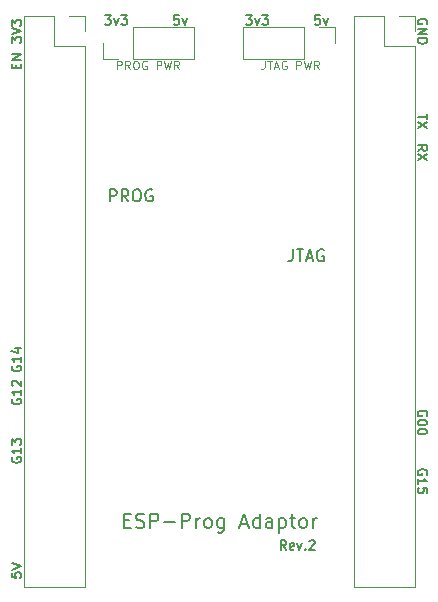
<source format=gbr>
%TF.GenerationSoftware,KiCad,Pcbnew,(6.0.10)*%
%TF.CreationDate,2023-02-13T00:06:07+09:00*%
%TF.ProjectId,esp-prog-adator,6573702d-7072-46f6-972d-616461746f72,2*%
%TF.SameCoordinates,PX85d5798PY7999e20*%
%TF.FileFunction,Legend,Top*%
%TF.FilePolarity,Positive*%
%FSLAX46Y46*%
G04 Gerber Fmt 4.6, Leading zero omitted, Abs format (unit mm)*
G04 Created by KiCad (PCBNEW (6.0.10)) date 2023-02-13 00:06:07*
%MOMM*%
%LPD*%
G01*
G04 APERTURE LIST*
%ADD10C,0.150000*%
%ADD11C,0.100000*%
%ADD12C,0.120000*%
%ADD13R,1.700000X1.700000*%
%ADD14O,1.700000X1.700000*%
G04 APERTURE END LIST*
D10*
X323904Y2006620D02*
X323904Y1625667D01*
X704857Y1587572D01*
X666761Y1625667D01*
X628666Y1701858D01*
X628666Y1892334D01*
X666761Y1968524D01*
X704857Y2006620D01*
X781047Y2044715D01*
X971523Y2044715D01*
X1047714Y2006620D01*
X1085809Y1968524D01*
X1123904Y1892334D01*
X1123904Y1701858D01*
X1085809Y1625667D01*
X1047714Y1587572D01*
X323904Y2273286D02*
X1123904Y2539953D01*
X323904Y2806620D01*
X704857Y44723124D02*
X704857Y44989791D01*
X1123904Y45104077D02*
X1123904Y44723124D01*
X323904Y44723124D01*
X323904Y45104077D01*
X1123904Y45446934D02*
X323904Y45446934D01*
X1123904Y45904077D01*
X323904Y45904077D01*
X35452000Y10305981D02*
X35490095Y10382172D01*
X35490095Y10496458D01*
X35452000Y10610743D01*
X35375809Y10686934D01*
X35299619Y10725029D01*
X35147238Y10763124D01*
X35032952Y10763124D01*
X34880571Y10725029D01*
X34804380Y10686934D01*
X34728190Y10610743D01*
X34690095Y10496458D01*
X34690095Y10420267D01*
X34728190Y10305981D01*
X34766285Y10267886D01*
X35032952Y10267886D01*
X35032952Y10420267D01*
X34690095Y9505981D02*
X34690095Y9963124D01*
X34690095Y9734553D02*
X35490095Y9734553D01*
X35375809Y9810743D01*
X35299619Y9886934D01*
X35261523Y9963124D01*
X35490095Y8782172D02*
X35490095Y9163124D01*
X35109142Y9201220D01*
X35147238Y9163124D01*
X35185333Y9086934D01*
X35185333Y8896458D01*
X35147238Y8820267D01*
X35109142Y8782172D01*
X35032952Y8744077D01*
X34842476Y8744077D01*
X34766285Y8782172D01*
X34728190Y8820267D01*
X34690095Y8896458D01*
X34690095Y9086934D01*
X34728190Y9163124D01*
X34766285Y9201220D01*
X8217333Y49206096D02*
X8712571Y49206096D01*
X8445904Y48901334D01*
X8560190Y48901334D01*
X8636380Y48863239D01*
X8674476Y48825143D01*
X8712571Y48748953D01*
X8712571Y48558477D01*
X8674476Y48482286D01*
X8636380Y48444191D01*
X8560190Y48406096D01*
X8331619Y48406096D01*
X8255428Y48444191D01*
X8217333Y48482286D01*
X8979238Y48939429D02*
X9169714Y48406096D01*
X9360190Y48939429D01*
X9588761Y49206096D02*
X10084000Y49206096D01*
X9817333Y48901334D01*
X9931619Y48901334D01*
X10007809Y48863239D01*
X10045904Y48825143D01*
X10084000Y48748953D01*
X10084000Y48558477D01*
X10045904Y48482286D01*
X10007809Y48444191D01*
X9931619Y48406096D01*
X9703047Y48406096D01*
X9626857Y48444191D01*
X9588761Y48482286D01*
X14464952Y49206096D02*
X14084000Y49206096D01*
X14045904Y48825143D01*
X14084000Y48863239D01*
X14160190Y48901334D01*
X14350666Y48901334D01*
X14426857Y48863239D01*
X14464952Y48825143D01*
X14503047Y48748953D01*
X14503047Y48558477D01*
X14464952Y48482286D01*
X14426857Y48444191D01*
X14350666Y48406096D01*
X14160190Y48406096D01*
X14084000Y48444191D01*
X14045904Y48482286D01*
X14769714Y48939429D02*
X14960190Y48406096D01*
X15150666Y48939429D01*
D11*
X21728666Y45341334D02*
X21728666Y44841334D01*
X21695333Y44741334D01*
X21628666Y44674667D01*
X21528666Y44641334D01*
X21462000Y44641334D01*
X21962000Y45341334D02*
X22362000Y45341334D01*
X22162000Y44641334D02*
X22162000Y45341334D01*
X22562000Y44841334D02*
X22895333Y44841334D01*
X22495333Y44641334D02*
X22728666Y45341334D01*
X22962000Y44641334D01*
X23562000Y45308000D02*
X23495333Y45341334D01*
X23395333Y45341334D01*
X23295333Y45308000D01*
X23228666Y45241334D01*
X23195333Y45174667D01*
X23162000Y45041334D01*
X23162000Y44941334D01*
X23195333Y44808000D01*
X23228666Y44741334D01*
X23295333Y44674667D01*
X23395333Y44641334D01*
X23462000Y44641334D01*
X23562000Y44674667D01*
X23595333Y44708000D01*
X23595333Y44941334D01*
X23462000Y44941334D01*
X24428666Y44641334D02*
X24428666Y45341334D01*
X24695333Y45341334D01*
X24762000Y45308000D01*
X24795333Y45274667D01*
X24828666Y45208000D01*
X24828666Y45108000D01*
X24795333Y45041334D01*
X24762000Y45008000D01*
X24695333Y44974667D01*
X24428666Y44974667D01*
X25062000Y45341334D02*
X25228666Y44641334D01*
X25362000Y45141334D01*
X25495333Y44641334D01*
X25662000Y45341334D01*
X26328666Y44641334D02*
X26095333Y44974667D01*
X25928666Y44641334D02*
X25928666Y45341334D01*
X26195333Y45341334D01*
X26262000Y45308000D01*
X26295333Y45274667D01*
X26328666Y45208000D01*
X26328666Y45108000D01*
X26295333Y45041334D01*
X26262000Y45008000D01*
X26195333Y44974667D01*
X25928666Y44974667D01*
D10*
X362000Y16719620D02*
X323904Y16643429D01*
X323904Y16529143D01*
X362000Y16414858D01*
X438190Y16338667D01*
X514380Y16300572D01*
X666761Y16262477D01*
X781047Y16262477D01*
X933428Y16300572D01*
X1009619Y16338667D01*
X1085809Y16414858D01*
X1123904Y16529143D01*
X1123904Y16605334D01*
X1085809Y16719620D01*
X1047714Y16757715D01*
X781047Y16757715D01*
X781047Y16605334D01*
X1123904Y17519620D02*
X1123904Y17062477D01*
X1123904Y17291048D02*
X323904Y17291048D01*
X438190Y17214858D01*
X514380Y17138667D01*
X552476Y17062477D01*
X400095Y17824381D02*
X362000Y17862477D01*
X323904Y17938667D01*
X323904Y18129143D01*
X362000Y18205334D01*
X400095Y18243429D01*
X476285Y18281524D01*
X552476Y18281524D01*
X666761Y18243429D01*
X1123904Y17786286D01*
X1123904Y18281524D01*
X35490095Y40843124D02*
X35490095Y40385981D01*
X34690095Y40614553D02*
X35490095Y40614553D01*
X35490095Y40195505D02*
X34690095Y39662172D01*
X35490095Y39662172D02*
X34690095Y40195505D01*
X8628285Y33456620D02*
X8628285Y34456620D01*
X9009238Y34456620D01*
X9104476Y34409000D01*
X9152095Y34361381D01*
X9199714Y34266143D01*
X9199714Y34123286D01*
X9152095Y34028048D01*
X9104476Y33980429D01*
X9009238Y33932810D01*
X8628285Y33932810D01*
X10199714Y33456620D02*
X9866380Y33932810D01*
X9628285Y33456620D02*
X9628285Y34456620D01*
X10009238Y34456620D01*
X10104476Y34409000D01*
X10152095Y34361381D01*
X10199714Y34266143D01*
X10199714Y34123286D01*
X10152095Y34028048D01*
X10104476Y33980429D01*
X10009238Y33932810D01*
X9628285Y33932810D01*
X10818761Y34456620D02*
X11009238Y34456620D01*
X11104476Y34409000D01*
X11199714Y34313762D01*
X11247333Y34123286D01*
X11247333Y33789953D01*
X11199714Y33599477D01*
X11104476Y33504239D01*
X11009238Y33456620D01*
X10818761Y33456620D01*
X10723523Y33504239D01*
X10628285Y33599477D01*
X10580666Y33789953D01*
X10580666Y34123286D01*
X10628285Y34313762D01*
X10723523Y34409000D01*
X10818761Y34456620D01*
X12199714Y34409000D02*
X12104476Y34456620D01*
X11961619Y34456620D01*
X11818761Y34409000D01*
X11723523Y34313762D01*
X11675904Y34218524D01*
X11628285Y34028048D01*
X11628285Y33885191D01*
X11675904Y33694715D01*
X11723523Y33599477D01*
X11818761Y33504239D01*
X11961619Y33456620D01*
X12056857Y33456620D01*
X12199714Y33504239D01*
X12247333Y33551858D01*
X12247333Y33885191D01*
X12056857Y33885191D01*
X24106333Y29376620D02*
X24106333Y28662334D01*
X24058714Y28519477D01*
X23963476Y28424239D01*
X23820619Y28376620D01*
X23725380Y28376620D01*
X24439666Y29376620D02*
X25011095Y29376620D01*
X24725380Y28376620D02*
X24725380Y29376620D01*
X25296809Y28662334D02*
X25773000Y28662334D01*
X25201571Y28376620D02*
X25534904Y29376620D01*
X25868238Y28376620D01*
X26725380Y29329000D02*
X26630142Y29376620D01*
X26487285Y29376620D01*
X26344428Y29329000D01*
X26249190Y29233762D01*
X26201571Y29138524D01*
X26153952Y28948048D01*
X26153952Y28805191D01*
X26201571Y28614715D01*
X26249190Y28519477D01*
X26344428Y28424239D01*
X26487285Y28376620D01*
X26582523Y28376620D01*
X26725380Y28424239D01*
X26773000Y28471858D01*
X26773000Y28805191D01*
X26582523Y28805191D01*
X9821285Y6435715D02*
X10221285Y6435715D01*
X10392714Y5807143D02*
X9821285Y5807143D01*
X9821285Y7007143D01*
X10392714Y7007143D01*
X10849857Y5864286D02*
X11021285Y5807143D01*
X11307000Y5807143D01*
X11421285Y5864286D01*
X11478428Y5921429D01*
X11535571Y6035715D01*
X11535571Y6150000D01*
X11478428Y6264286D01*
X11421285Y6321429D01*
X11307000Y6378572D01*
X11078428Y6435715D01*
X10964142Y6492858D01*
X10907000Y6550000D01*
X10849857Y6664286D01*
X10849857Y6778572D01*
X10907000Y6892858D01*
X10964142Y6950000D01*
X11078428Y7007143D01*
X11364142Y7007143D01*
X11535571Y6950000D01*
X12049857Y5807143D02*
X12049857Y7007143D01*
X12507000Y7007143D01*
X12621285Y6950000D01*
X12678428Y6892858D01*
X12735571Y6778572D01*
X12735571Y6607143D01*
X12678428Y6492858D01*
X12621285Y6435715D01*
X12507000Y6378572D01*
X12049857Y6378572D01*
X13249857Y6264286D02*
X14164142Y6264286D01*
X14735571Y5807143D02*
X14735571Y7007143D01*
X15192714Y7007143D01*
X15307000Y6950000D01*
X15364142Y6892858D01*
X15421285Y6778572D01*
X15421285Y6607143D01*
X15364142Y6492858D01*
X15307000Y6435715D01*
X15192714Y6378572D01*
X14735571Y6378572D01*
X15935571Y5807143D02*
X15935571Y6607143D01*
X15935571Y6378572D02*
X15992714Y6492858D01*
X16049857Y6550000D01*
X16164142Y6607143D01*
X16278428Y6607143D01*
X16849857Y5807143D02*
X16735571Y5864286D01*
X16678428Y5921429D01*
X16621285Y6035715D01*
X16621285Y6378572D01*
X16678428Y6492858D01*
X16735571Y6550000D01*
X16849857Y6607143D01*
X17021285Y6607143D01*
X17135571Y6550000D01*
X17192714Y6492858D01*
X17249857Y6378572D01*
X17249857Y6035715D01*
X17192714Y5921429D01*
X17135571Y5864286D01*
X17021285Y5807143D01*
X16849857Y5807143D01*
X18278428Y6607143D02*
X18278428Y5635715D01*
X18221285Y5521429D01*
X18164142Y5464286D01*
X18049857Y5407143D01*
X17878428Y5407143D01*
X17764142Y5464286D01*
X18278428Y5864286D02*
X18164142Y5807143D01*
X17935571Y5807143D01*
X17821285Y5864286D01*
X17764142Y5921429D01*
X17707000Y6035715D01*
X17707000Y6378572D01*
X17764142Y6492858D01*
X17821285Y6550000D01*
X17935571Y6607143D01*
X18164142Y6607143D01*
X18278428Y6550000D01*
X19707000Y6150000D02*
X20278428Y6150000D01*
X19592714Y5807143D02*
X19992714Y7007143D01*
X20392714Y5807143D01*
X21307000Y5807143D02*
X21307000Y7007143D01*
X21307000Y5864286D02*
X21192714Y5807143D01*
X20964142Y5807143D01*
X20849857Y5864286D01*
X20792714Y5921429D01*
X20735571Y6035715D01*
X20735571Y6378572D01*
X20792714Y6492858D01*
X20849857Y6550000D01*
X20964142Y6607143D01*
X21192714Y6607143D01*
X21307000Y6550000D01*
X22392714Y5807143D02*
X22392714Y6435715D01*
X22335571Y6550000D01*
X22221285Y6607143D01*
X21992714Y6607143D01*
X21878428Y6550000D01*
X22392714Y5864286D02*
X22278428Y5807143D01*
X21992714Y5807143D01*
X21878428Y5864286D01*
X21821285Y5978572D01*
X21821285Y6092858D01*
X21878428Y6207143D01*
X21992714Y6264286D01*
X22278428Y6264286D01*
X22392714Y6321429D01*
X22964142Y6607143D02*
X22964142Y5407143D01*
X22964142Y6550000D02*
X23078428Y6607143D01*
X23307000Y6607143D01*
X23421285Y6550000D01*
X23478428Y6492858D01*
X23535571Y6378572D01*
X23535571Y6035715D01*
X23478428Y5921429D01*
X23421285Y5864286D01*
X23307000Y5807143D01*
X23078428Y5807143D01*
X22964142Y5864286D01*
X23878428Y6607143D02*
X24335571Y6607143D01*
X24049857Y7007143D02*
X24049857Y5978572D01*
X24107000Y5864286D01*
X24221285Y5807143D01*
X24335571Y5807143D01*
X24907000Y5807143D02*
X24792714Y5864286D01*
X24735571Y5921429D01*
X24678428Y6035715D01*
X24678428Y6378572D01*
X24735571Y6492858D01*
X24792714Y6550000D01*
X24907000Y6607143D01*
X25078428Y6607143D01*
X25192714Y6550000D01*
X25249857Y6492858D01*
X25307000Y6378572D01*
X25307000Y6035715D01*
X25249857Y5921429D01*
X25192714Y5864286D01*
X25078428Y5807143D01*
X24907000Y5807143D01*
X25821285Y5807143D02*
X25821285Y6607143D01*
X25821285Y6378572D02*
X25878428Y6492858D01*
X25935571Y6550000D01*
X26049857Y6607143D01*
X26164142Y6607143D01*
D11*
X9230333Y44641334D02*
X9230333Y45341334D01*
X9497000Y45341334D01*
X9563666Y45308000D01*
X9597000Y45274667D01*
X9630333Y45208000D01*
X9630333Y45108000D01*
X9597000Y45041334D01*
X9563666Y45008000D01*
X9497000Y44974667D01*
X9230333Y44974667D01*
X10330333Y44641334D02*
X10097000Y44974667D01*
X9930333Y44641334D02*
X9930333Y45341334D01*
X10197000Y45341334D01*
X10263666Y45308000D01*
X10297000Y45274667D01*
X10330333Y45208000D01*
X10330333Y45108000D01*
X10297000Y45041334D01*
X10263666Y45008000D01*
X10197000Y44974667D01*
X9930333Y44974667D01*
X10763666Y45341334D02*
X10897000Y45341334D01*
X10963666Y45308000D01*
X11030333Y45241334D01*
X11063666Y45108000D01*
X11063666Y44874667D01*
X11030333Y44741334D01*
X10963666Y44674667D01*
X10897000Y44641334D01*
X10763666Y44641334D01*
X10697000Y44674667D01*
X10630333Y44741334D01*
X10597000Y44874667D01*
X10597000Y45108000D01*
X10630333Y45241334D01*
X10697000Y45308000D01*
X10763666Y45341334D01*
X11730333Y45308000D02*
X11663666Y45341334D01*
X11563666Y45341334D01*
X11463666Y45308000D01*
X11397000Y45241334D01*
X11363666Y45174667D01*
X11330333Y45041334D01*
X11330333Y44941334D01*
X11363666Y44808000D01*
X11397000Y44741334D01*
X11463666Y44674667D01*
X11563666Y44641334D01*
X11630333Y44641334D01*
X11730333Y44674667D01*
X11763666Y44708000D01*
X11763666Y44941334D01*
X11630333Y44941334D01*
X12597000Y44641334D02*
X12597000Y45341334D01*
X12863666Y45341334D01*
X12930333Y45308000D01*
X12963666Y45274667D01*
X12997000Y45208000D01*
X12997000Y45108000D01*
X12963666Y45041334D01*
X12930333Y45008000D01*
X12863666Y44974667D01*
X12597000Y44974667D01*
X13230333Y45341334D02*
X13397000Y44641334D01*
X13530333Y45141334D01*
X13663666Y44641334D01*
X13830333Y45341334D01*
X14497000Y44641334D02*
X14263666Y44974667D01*
X14097000Y44641334D02*
X14097000Y45341334D01*
X14363666Y45341334D01*
X14430333Y45308000D01*
X14463666Y45274667D01*
X14497000Y45208000D01*
X14497000Y45108000D01*
X14463666Y45041334D01*
X14430333Y45008000D01*
X14363666Y44974667D01*
X14097000Y44974667D01*
D10*
X362000Y11766620D02*
X323904Y11690429D01*
X323904Y11576143D01*
X362000Y11461858D01*
X438190Y11385667D01*
X514380Y11347572D01*
X666761Y11309477D01*
X781047Y11309477D01*
X933428Y11347572D01*
X1009619Y11385667D01*
X1085809Y11461858D01*
X1123904Y11576143D01*
X1123904Y11652334D01*
X1085809Y11766620D01*
X1047714Y11804715D01*
X781047Y11804715D01*
X781047Y11652334D01*
X1123904Y12566620D02*
X1123904Y12109477D01*
X1123904Y12338048D02*
X323904Y12338048D01*
X438190Y12261858D01*
X514380Y12185667D01*
X552476Y12109477D01*
X323904Y12833286D02*
X323904Y13328524D01*
X628666Y13061858D01*
X628666Y13176143D01*
X666761Y13252334D01*
X704857Y13290429D01*
X781047Y13328524D01*
X971523Y13328524D01*
X1047714Y13290429D01*
X1085809Y13252334D01*
X1123904Y13176143D01*
X1123904Y12947572D01*
X1085809Y12871381D01*
X1047714Y12833286D01*
X362000Y19513620D02*
X323904Y19437429D01*
X323904Y19323143D01*
X362000Y19208858D01*
X438190Y19132667D01*
X514380Y19094572D01*
X666761Y19056477D01*
X781047Y19056477D01*
X933428Y19094572D01*
X1009619Y19132667D01*
X1085809Y19208858D01*
X1123904Y19323143D01*
X1123904Y19399334D01*
X1085809Y19513620D01*
X1047714Y19551715D01*
X781047Y19551715D01*
X781047Y19399334D01*
X1123904Y20313620D02*
X1123904Y19856477D01*
X1123904Y20085048D02*
X323904Y20085048D01*
X438190Y20008858D01*
X514380Y19932667D01*
X552476Y19856477D01*
X590571Y20999334D02*
X1123904Y20999334D01*
X285809Y20808858D02*
X857238Y20618381D01*
X857238Y21113620D01*
X34690095Y37725334D02*
X35071047Y37992000D01*
X34690095Y38182477D02*
X35490095Y38182477D01*
X35490095Y37877715D01*
X35452000Y37801524D01*
X35413904Y37763429D01*
X35337714Y37725334D01*
X35223428Y37725334D01*
X35147238Y37763429D01*
X35109142Y37801524D01*
X35071047Y37877715D01*
X35071047Y38182477D01*
X35490095Y37458667D02*
X34690095Y36925334D01*
X35490095Y36925334D02*
X34690095Y37458667D01*
X23539571Y3956096D02*
X23272904Y4337048D01*
X23082428Y3956096D02*
X23082428Y4756096D01*
X23387190Y4756096D01*
X23463380Y4718000D01*
X23501476Y4679905D01*
X23539571Y4603715D01*
X23539571Y4489429D01*
X23501476Y4413239D01*
X23463380Y4375143D01*
X23387190Y4337048D01*
X23082428Y4337048D01*
X24187190Y3994191D02*
X24111000Y3956096D01*
X23958619Y3956096D01*
X23882428Y3994191D01*
X23844333Y4070381D01*
X23844333Y4375143D01*
X23882428Y4451334D01*
X23958619Y4489429D01*
X24111000Y4489429D01*
X24187190Y4451334D01*
X24225285Y4375143D01*
X24225285Y4298953D01*
X23844333Y4222762D01*
X24491952Y4489429D02*
X24682428Y3956096D01*
X24872904Y4489429D01*
X25177666Y4032286D02*
X25215761Y3994191D01*
X25177666Y3956096D01*
X25139571Y3994191D01*
X25177666Y4032286D01*
X25177666Y3956096D01*
X25520523Y4679905D02*
X25558619Y4718000D01*
X25634809Y4756096D01*
X25825285Y4756096D01*
X25901476Y4718000D01*
X25939571Y4679905D01*
X25977666Y4603715D01*
X25977666Y4527524D01*
X25939571Y4413239D01*
X25482428Y3956096D01*
X25977666Y3956096D01*
X323904Y46888524D02*
X323904Y47383762D01*
X628666Y47117096D01*
X628666Y47231381D01*
X666761Y47307572D01*
X704857Y47345667D01*
X781047Y47383762D01*
X971523Y47383762D01*
X1047714Y47345667D01*
X1085809Y47307572D01*
X1123904Y47231381D01*
X1123904Y47002810D01*
X1085809Y46926620D01*
X1047714Y46888524D01*
X323904Y47612334D02*
X1123904Y47879000D01*
X323904Y48145667D01*
X323904Y48336143D02*
X323904Y48831381D01*
X628666Y48564715D01*
X628666Y48679000D01*
X666761Y48755191D01*
X704857Y48793286D01*
X781047Y48831381D01*
X971523Y48831381D01*
X1047714Y48793286D01*
X1085809Y48755191D01*
X1123904Y48679000D01*
X1123904Y48450429D01*
X1085809Y48374239D01*
X1047714Y48336143D01*
X35452000Y15284381D02*
X35490095Y15360572D01*
X35490095Y15474858D01*
X35452000Y15589143D01*
X35375809Y15665334D01*
X35299619Y15703429D01*
X35147238Y15741524D01*
X35032952Y15741524D01*
X34880571Y15703429D01*
X34804380Y15665334D01*
X34728190Y15589143D01*
X34690095Y15474858D01*
X34690095Y15398667D01*
X34728190Y15284381D01*
X34766285Y15246286D01*
X35032952Y15246286D01*
X35032952Y15398667D01*
X35490095Y14751048D02*
X35490095Y14674858D01*
X35452000Y14598667D01*
X35413904Y14560572D01*
X35337714Y14522477D01*
X35185333Y14484381D01*
X34994857Y14484381D01*
X34842476Y14522477D01*
X34766285Y14560572D01*
X34728190Y14598667D01*
X34690095Y14674858D01*
X34690095Y14751048D01*
X34728190Y14827239D01*
X34766285Y14865334D01*
X34842476Y14903429D01*
X34994857Y14941524D01*
X35185333Y14941524D01*
X35337714Y14903429D01*
X35413904Y14865334D01*
X35452000Y14827239D01*
X35490095Y14751048D01*
X35490095Y13989143D02*
X35490095Y13912953D01*
X35452000Y13836762D01*
X35413904Y13798667D01*
X35337714Y13760572D01*
X35185333Y13722477D01*
X34994857Y13722477D01*
X34842476Y13760572D01*
X34766285Y13798667D01*
X34728190Y13836762D01*
X34690095Y13912953D01*
X34690095Y13989143D01*
X34728190Y14065334D01*
X34766285Y14103429D01*
X34842476Y14141524D01*
X34994857Y14179620D01*
X35185333Y14179620D01*
X35337714Y14141524D01*
X35413904Y14103429D01*
X35452000Y14065334D01*
X35490095Y13989143D01*
X20155333Y49206096D02*
X20650571Y49206096D01*
X20383904Y48901334D01*
X20498190Y48901334D01*
X20574380Y48863239D01*
X20612476Y48825143D01*
X20650571Y48748953D01*
X20650571Y48558477D01*
X20612476Y48482286D01*
X20574380Y48444191D01*
X20498190Y48406096D01*
X20269619Y48406096D01*
X20193428Y48444191D01*
X20155333Y48482286D01*
X20917238Y48939429D02*
X21107714Y48406096D01*
X21298190Y48939429D01*
X21526761Y49206096D02*
X22022000Y49206096D01*
X21755333Y48901334D01*
X21869619Y48901334D01*
X21945809Y48863239D01*
X21983904Y48825143D01*
X22022000Y48748953D01*
X22022000Y48558477D01*
X21983904Y48482286D01*
X21945809Y48444191D01*
X21869619Y48406096D01*
X21641047Y48406096D01*
X21564857Y48444191D01*
X21526761Y48482286D01*
X26402952Y49206096D02*
X26022000Y49206096D01*
X25983904Y48825143D01*
X26022000Y48863239D01*
X26098190Y48901334D01*
X26288666Y48901334D01*
X26364857Y48863239D01*
X26402952Y48825143D01*
X26441047Y48748953D01*
X26441047Y48558477D01*
X26402952Y48482286D01*
X26364857Y48444191D01*
X26288666Y48406096D01*
X26098190Y48406096D01*
X26022000Y48444191D01*
X25983904Y48482286D01*
X26707714Y48939429D02*
X26898190Y48406096D01*
X27088666Y48939429D01*
X35452000Y48463124D02*
X35490095Y48539315D01*
X35490095Y48653600D01*
X35452000Y48767886D01*
X35375809Y48844077D01*
X35299619Y48882172D01*
X35147238Y48920267D01*
X35032952Y48920267D01*
X34880571Y48882172D01*
X34804380Y48844077D01*
X34728190Y48767886D01*
X34690095Y48653600D01*
X34690095Y48577410D01*
X34728190Y48463124D01*
X34766285Y48425029D01*
X35032952Y48425029D01*
X35032952Y48577410D01*
X34690095Y48082172D02*
X35490095Y48082172D01*
X34690095Y47625029D01*
X35490095Y47625029D01*
X34690095Y47244077D02*
X35490095Y47244077D01*
X35490095Y47053600D01*
X35452000Y46939315D01*
X35375809Y46863124D01*
X35299619Y46825029D01*
X35147238Y46786934D01*
X35032952Y46786934D01*
X34880571Y46825029D01*
X34804380Y46863124D01*
X34728190Y46939315D01*
X34690095Y47053600D01*
X34690095Y47244077D01*
D12*
%TO.C,J5*%
X9347000Y45533000D02*
X8017000Y45533000D01*
X10617000Y48193000D02*
X15757000Y48193000D01*
X8017000Y45533000D02*
X8017000Y46863000D01*
X10617000Y45533000D02*
X15757000Y45533000D01*
X15757000Y45533000D02*
X15757000Y48193000D01*
X10617000Y45533000D02*
X10617000Y48193000D01*
%TO.C,J6*%
X26347000Y48193000D02*
X27677000Y48193000D01*
X25077000Y48193000D02*
X19937000Y48193000D01*
X25077000Y48193000D02*
X25077000Y45533000D01*
X25077000Y45533000D02*
X19937000Y45533000D01*
X19937000Y48193000D02*
X19937000Y45533000D01*
X27677000Y48193000D02*
X27677000Y46863000D01*
%TO.C,J1*%
X1337000Y803600D02*
X6537000Y803600D01*
X3937000Y46583600D02*
X6537000Y46583600D01*
X1337000Y49183600D02*
X1337000Y803600D01*
X6537000Y49183600D02*
X6537000Y47853600D01*
X5207000Y49183600D02*
X6537000Y49183600D01*
X3937000Y49183600D02*
X3937000Y46583600D01*
X6537000Y46583600D02*
X6537000Y803600D01*
X1337000Y49183600D02*
X3937000Y49183600D01*
%TO.C,J2*%
X31877000Y49183600D02*
X31877000Y46583600D01*
X34477000Y46583600D02*
X34477000Y803600D01*
X31877000Y46583600D02*
X34477000Y46583600D01*
X34477000Y49183600D02*
X34477000Y47853600D01*
X29277000Y803600D02*
X34477000Y803600D01*
X33147000Y49183600D02*
X34477000Y49183600D01*
X29277000Y49183600D02*
X29277000Y803600D01*
X29277000Y49183600D02*
X31877000Y49183600D01*
%TD*%
%LPC*%
D13*
%TO.C,J5*%
X9347000Y46863000D03*
D14*
X11887000Y46863000D03*
X14427000Y46863000D03*
%TD*%
D13*
%TO.C,J6*%
X26347000Y46863000D03*
D14*
X23807000Y46863000D03*
X21267000Y46863000D03*
%TD*%
D13*
%TO.C,J1*%
X5207000Y47853600D03*
D14*
X2667000Y47853600D03*
X5207000Y45313600D03*
X2667000Y45313600D03*
X5207000Y42773600D03*
X2667000Y42773600D03*
X5207000Y40233600D03*
X2667000Y40233600D03*
X5207000Y37693600D03*
X2667000Y37693600D03*
X5207000Y35153600D03*
X2667000Y35153600D03*
X5207000Y32613600D03*
X2667000Y32613600D03*
X5207000Y30073600D03*
X2667000Y30073600D03*
X5207000Y27533600D03*
X2667000Y27533600D03*
X5207000Y24993600D03*
X2667000Y24993600D03*
X5207000Y22453600D03*
X2667000Y22453600D03*
X5207000Y19913600D03*
X2667000Y19913600D03*
X5207000Y17373600D03*
X2667000Y17373600D03*
X5207000Y14833600D03*
X2667000Y14833600D03*
X5207000Y12293600D03*
X2667000Y12293600D03*
X5207000Y9753600D03*
X2667000Y9753600D03*
X5207000Y7213600D03*
X2667000Y7213600D03*
X5207000Y4673600D03*
X2667000Y4673600D03*
X5207000Y2133600D03*
X2667000Y2133600D03*
%TD*%
D13*
%TO.C,J2*%
X33147000Y47853600D03*
D14*
X30607000Y47853600D03*
X33147000Y45313600D03*
X30607000Y45313600D03*
X33147000Y42773600D03*
X30607000Y42773600D03*
X33147000Y40233600D03*
X30607000Y40233600D03*
X33147000Y37693600D03*
X30607000Y37693600D03*
X33147000Y35153600D03*
X30607000Y35153600D03*
X33147000Y32613600D03*
X30607000Y32613600D03*
X33147000Y30073600D03*
X30607000Y30073600D03*
X33147000Y27533600D03*
X30607000Y27533600D03*
X33147000Y24993600D03*
X30607000Y24993600D03*
X33147000Y22453600D03*
X30607000Y22453600D03*
X33147000Y19913600D03*
X30607000Y19913600D03*
X33147000Y17373600D03*
X30607000Y17373600D03*
X33147000Y14833600D03*
X30607000Y14833600D03*
X33147000Y12293600D03*
X30607000Y12293600D03*
X33147000Y9753600D03*
X30607000Y9753600D03*
X33147000Y7213600D03*
X30607000Y7213600D03*
X33147000Y4673600D03*
X30607000Y4673600D03*
X33147000Y2133600D03*
X30607000Y2133600D03*
%TD*%
D13*
%TO.C,JTAG1*%
X24003000Y41503600D03*
D14*
X26543000Y41503600D03*
X24003000Y38963600D03*
X26543000Y38963600D03*
X24003000Y36423600D03*
X26543000Y36423600D03*
X24003000Y33883600D03*
X26543000Y33883600D03*
X24003000Y31343600D03*
X26543000Y31343600D03*
%TD*%
D13*
%TO.C,PROG1*%
X9311000Y41503600D03*
D14*
X11851000Y41503600D03*
X9311000Y38963600D03*
X11851000Y38963600D03*
X9311000Y36423600D03*
X11851000Y36423600D03*
%TD*%
M02*

</source>
